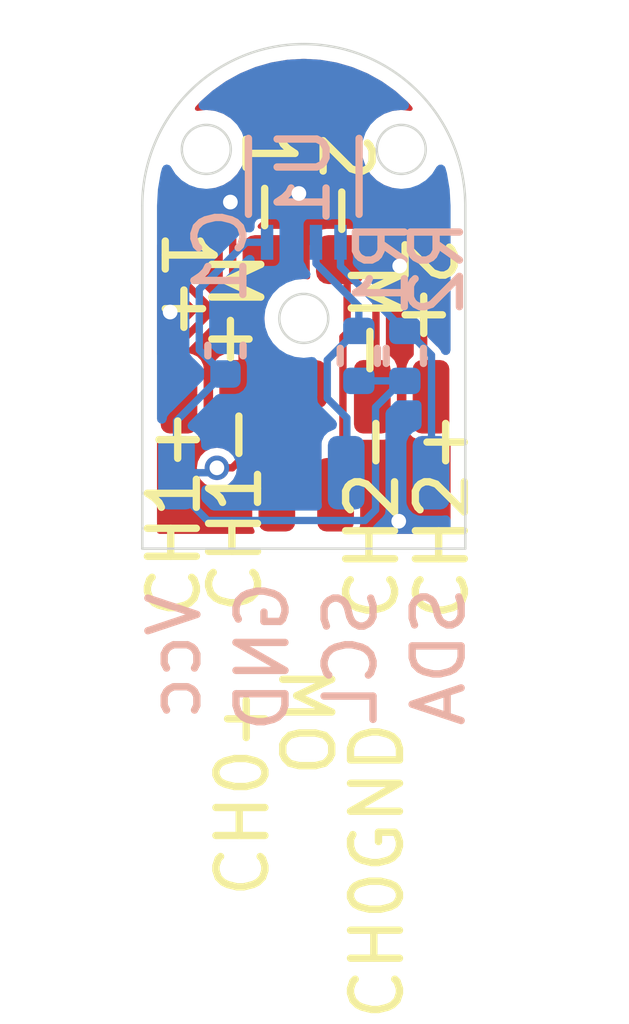
<source format=kicad_pcb>
(kicad_pcb (version 20221018) (generator pcbnew)
  (layers (0 "F.Cu" signal) (31 "B.Cu" signal) (34 "B.Paste" user) (35 "F.Paste" user) (36 "B.SilkS" user "B.Silkscreen") (37 "F.SilkS" user "F.Silkscreen") (38 "B.Mask" user) (39 "F.Mask" user) (44 "Edge.Cuts" user))
  (net 0 "")
  (net 1 "+3.3V")
  (net 2 "GND")
  (net 3 "Net-(U1-SCL)")
  (net 4 "Net-(U1-SDA)")
  (net 5 "Net-(TP12-Pad1)")
  (net 6 "Net-(TP13-Pad1)")
  (net 7 "Net-(TP14-Pad1)")
  (net 8 "Net-(TP15-Pad1)")
  (net 9 "Net-(TP10-Pad1)")
  (net 10 "Net-(TP11-Pad1)")
  (footprint "1_custom_library:1.5x0.75mm_Pad" (layer "F.Cu") (at 154.7 96.9 90)
    (fp_text reference "TP17")
    (fp_text value "CH2-" hide)
    (fp_text user "${VALUE}" (at -2.425 0 90 unlocked) (layer "F.SilkS"))
    (pad "1" smd roundrect (at 0 0 90) (size 1.5 0.75) (layers "F.Cu" "F.Mask") (net 10 "Net-(TP11-Pad1)"))
  )
  (footprint "1_custom_library:1x1mm_Pad" (layer "F.Cu") (at 154.05 94.1)
    (fp_text reference "TP6")
    (fp_text value "M-" hide)
    (fp_text user "${VALUE}" (at 0.675 1.275 -90 unlocked) (layer "F.SilkS"))
    (pad "1" smd roundrect (at 0 0) (size 1 1) (layers "F.Cu" "F.Mask") (net 5 "Net-(TP12-Pad1)"))
  )
  (footprint "1_custom_library:1x1mm_Pad" (layer "F.Cu") (at 154.05 91.1)
    (fp_text reference "TP11")
    (fp_text value "2-" hide)
    (fp_text user "${VALUE}" (at 0.1 1.525 270 unlocked) (layer "F.SilkS"))
    (pad "1" smd roundrect (at 0 0) (size 1 1) (layers "F.Cu" "F.Mask") (net 10 "Net-(TP11-Pad1)"))
  )
  (footprint "1_custom_library:1x1mm_Pad" (layer "F.Cu") (at 155.75 93.2)
    (fp_text reference "TP10")
    (fp_text value "2+" hide)
    (fp_text user "${VALUE}" (at 0.075 1.55 -90 unlocked) (layer "F.SilkS"))
    (pad "1" smd roundrect (at 0 0) (size 1 1) (layers "F.Cu" "F.Mask") (net 9 "Net-(TP10-Pad1)"))
  )
  (footprint "1_custom_library:1.5x0.75mm_Pad" (layer "F.Cu") (at 151.95 96.9 90)
    (fp_text reference "TP15")
    (fp_text value "CH1-" hide)
    (fp_text user "${VALUE}" (at -2.275 -0.05 90 unlocked) (layer "F.SilkS"))
    (pad "1" smd roundrect (at 0 0 90) (size 1.5 0.75) (layers "F.Cu" "F.Mask") (net 8 "Net-(TP15-Pad1)"))
  )
  (footprint "1_custom_library:1x1mm_Pad" (layer "F.Cu") (at 153.3 96.65)
    (fp_text reference "TP7")
    (fp_text value "MO" hide)
    (fp_text user "${VALUE}" (at 0.025 6.875 -90 unlocked) (layer "F.SilkS"))
    (pad "1" smd roundrect (at 0 0) (size 1 1) (layers "F.Cu" "F.Mask") (net 6 "Net-(TP13-Pad1)"))
  )
  (footprint "1_custom_library:1.5x0.75mm_Pad" (layer "F.Cu") (at 155.9 96.9 90)
    (fp_text reference "TP16")
    (fp_text value "CH2+" hide)
    (fp_text user "${VALUE}" (at -2.425 0.225 90 unlocked) (layer "F.SilkS"))
    (pad "1" smd roundrect (at 0 0 90) (size 1.5 0.75) (layers "F.Cu" "F.Mask") (net 9 "Net-(TP10-Pad1)"))
  )
  (footprint "1_custom_library:1.5x0.75mm_Pad" (layer "F.Cu") (at 150.75 96.9 90)
    (fp_text reference "TP14")
    (fp_text value "CH1+" hide)
    (fp_text user "${VALUE}" (at -2.375 -0.1 90 unlocked) (layer "F.SilkS"))
    (pad "1" smd roundrect (at 0 0 90) (size 1.5 0.75) (layers "F.Cu" "F.Mask") (net 7 "Net-(TP14-Pad1)"))
  )
  (footprint "1_custom_library:1x1mm_Pad" (layer "F.Cu") (at 152.55 91.1)
    (fp_text reference "TP9")
    (fp_text value "1-" hide)
    (fp_text user "${VALUE}" (at 0.025 1.45 -90 unlocked) (layer "F.SilkS"))
    (pad "1" smd roundrect (at 0 0) (size 1 1) (layers "F.Cu" "F.Mask") (net 8 "Net-(TP15-Pad1)"))
  )
  (footprint "1_custom_library:1.5x0.75mm_Pad" (layer "F.Cu") (at 153.95 98.9 90)
    (fp_text reference "TP12")
    (fp_text value "CH0GND" hide)
    (fp_text user "${VALUE}" (at -7.675 0.85 90 unlocked) (layer "F.SilkS"))
    (pad "1" smd roundrect (at 0 0 90) (size 1.5 0.75) (layers "F.Cu" "F.Mask") (net 5 "Net-(TP12-Pad1)"))
  )
  (footprint "1_custom_library:1.5x0.75mm_Pad" (layer "F.Cu") (at 152.75 98.9 90)
    (fp_text reference "TP13")
    (fp_text value "CH0+" hide)
    (fp_text user "${VALUE}" (at -6.075 -0.7 90 unlocked) (layer "F.SilkS"))
    (pad "1" smd roundrect (at 0 0 90) (size 1.5 0.75) (layers "F.Cu" "F.Mask") (net 6 "Net-(TP13-Pad1)"))
  )
  (footprint "1_custom_library:1x1mm_Pad" (layer "F.Cu") (at 152.55 94.1)
    (fp_text reference "TP5")
    (fp_text value "M+" hide)
    (fp_text user "${VALUE}" (at -0.675 1.05 -90 unlocked) (layer "F.SilkS"))
    (pad "1" smd roundrect (at 0 0) (size 1 1) (layers "F.Cu" "F.Mask") (net 1 "+3.3V"))
  )
  (footprint "1_custom_library:1x1mm_Pad" (layer "F.Cu") (at 150.841859 93.2)
    (fp_text reference "TP8")
    (fp_text value "1+" hide)
    (fp_text user "${VALUE}" (at 0.083141 1.425 -90 unlocked) (layer "F.SilkS"))
    (pad "1" smd roundrect (at 0.008141 0) (size 1 1) (layers "F.Cu" "F.Mask") (net 7 "Net-(TP14-Pad1)"))
  )
  (footprint "1_custom_library:1.5x0.75mm_Pad" (layer "B.Cu") (at 152.433333 98.45 -90)
    (fp_text reference "TP1")
    (fp_text value "GND" hide)
    (fp_text user "${VALUE}" (at 3.750001 -0.026667 90 unlocked) (layer "B.SilkS") (effects (justify mirror)))
    (pad "1" smd roundrect (at 0 0 270) (size 1.5 0.75) (layers "B.Cu" "B.Mask") (net 2 "GND"))
  )
  (footprint "Resistor_SMD:R_0402_1005Metric" (layer "B.Cu") (at 155.365 96.065 90)
    (fp_text reference "R2" (at 1.79 0.66 90 unlocked) (layer "B.SilkS") (effects (justify mirror)))
    (fp_text value "4.7k")
    (fp_line (start -0.153641 -0.38) (end 0.153641 -0.38) (stroke (width 0.15)) (layer "B.SilkS"))
    (fp_line (start -0.153641 0.38) (end 0.153641 0.38) (stroke (width 0.15)) (layer "B.SilkS"))
    (pad "1" smd roundrect (at -0.51 0 90) (size 0.54 0.64) (layers "B.Cu" "B.Paste" "B.Mask") (net 1 "+3.3V"))
    (pad "2" smd roundrect (at 0.51 0 90) (size 0.54 0.64) (layers "B.Cu" "B.Paste" "B.Mask") (net 4 "Net-(U1-SDA)"))
  )
  (footprint "1_custom_library:1.5x0.75mm_Pad" (layer "B.Cu") (at 154.166666 98.45 -90)
    (fp_text reference "TP3")
    (fp_text value "SCL" hide)
    (fp_text user "${VALUE}" (at 3.750001 -0.093334 90 unlocked) (layer "B.SilkS") (effects (justify mirror)))
    (pad "1" smd roundrect (at 0 0 270) (size 1.5 0.75) (layers "B.Cu" "B.Mask") (net 3 "Net-(U1-SCL)"))
  )
  (footprint "1_custom_library:1.5x0.75mm_Pad" (layer "B.Cu") (at 150.7 98.45 -90)
    (fp_text reference "TP4")
    (fp_text value "Vcc" hide)
    (fp_text user "${VALUE}" (at 3.750001 0.04 90 unlocked) (layer "B.SilkS") (effects (justify mirror)))
    (pad "1" smd roundrect (at 0 0 270) (size 1.5 0.75) (layers "B.Cu" "B.Mask") (net 1 "+3.3V"))
  )
  (footprint "1_custom_library:1.5x0.75mm_Pad" (layer "B.Cu") (at 155.9 98.45 -90)
    (fp_text reference "TP2")
    (fp_text value "SDA" hide)
    (fp_text user "${VALUE}" (at 3.75 -0.16 90 unlocked) (layer "B.SilkS") (effects (justify mirror)))
    (pad "1" smd roundrect (at 0 0 270) (size 1.5 0.75) (layers "B.Cu" "B.Mask") (net 4 "Net-(U1-SDA)"))
  )
  (footprint "footprints:DFN8_2x3MC_MCH-L" (layer "B.Cu") (at 153.3 92.4 -90)
    (fp_text reference "U1" (at 0 0 90 unlocked) (layer "B.SilkS") (effects (justify mirror)))
    (fp_text value "~")
    (fp_line (start -0.774833 -1.1303) (end 0.774833 -1.1303) (stroke (width 0.15)) (layer "B.SilkS"))
    (fp_line (start 0.774833 1.1303) (end -0.774833 1.1303) (stroke (width 0.15)) (layer "B.SilkS"))
    (pad "1" smd rect (at -1.3462 0.750001 270) (size 0.7112 0.254) (layers "B.Cu" "B.Paste" "B.Mask") (net 2 "GND"))
    (pad "2" smd rect (at -1.3462 0.25 270) (size 0.7112 0.254) (layers "B.Cu" "B.Paste" "B.Mask") (net 2 "GND"))
    (pad "3" smd rect (at -1.3462 -0.25 270) (size 0.7112 0.254) (layers "B.Cu" "B.Paste" "B.Mask") (net 2 "GND"))
    (pad "4" smd rect (at -1.3462 -0.750001 270) (size 0.7112 0.254) (layers "B.Cu" "B.Paste" "B.Mask") (net 2 "GND"))
    (pad "5" smd rect (at 1.3462 -0.750001 270) (size 0.7112 0.254) (layers "B.Cu" "B.Paste" "B.Mask") (net 4 "Net-(U1-SDA)"))
    (pad "6" smd rect (at 1.3462 -0.25 270) (size 0.7112 0.254) (layers "B.Cu" "B.Paste" "B.Mask") (net 3 "Net-(U1-SCL)"))
    (pad "7" smd rect (at 1.3462 0.25 270) (size 0.7112 0.254) (layers "B.Cu" "B.Paste" "B.Mask") (net 2 "GND"))
    (pad "8" smd rect (at 1.3462 0.750001 270) (size 0.7112 0.254) (layers "B.Cu" "B.Paste" "B.Mask") (net 1 "+3.3V"))
    (pad "9" smd rect (at 0 0 270) (size 1.7526 1.5494) (layers "B.Cu" "B.Paste" "B.Mask") (net 2 "GND"))
  )
  (footprint "Resistor_SMD:R_0402_1005Metric" (layer "B.Cu") (at 154.425 96.065 90)
    (fp_text reference "R1" (at 1.79 0.475 90 unlocked) (layer "B.SilkS") (effects (justify mirror)))
    (fp_text value "4.7k")
    (fp_line (start -0.153641 -0.38) (end 0.153641 -0.38) (stroke (width 0.15)) (layer "B.SilkS"))
    (fp_line (start -0.153641 0.38) (end 0.153641 0.38) (stroke (width 0.15)) (layer "B.SilkS"))
    (pad "1" smd roundrect (at -0.51 0 90) (size 0.54 0.64) (layers "B.Cu" "B.Paste" "B.Mask") (net 1 "+3.3V"))
    (pad "2" smd roundrect (at 0.51 0 90) (size 0.54 0.64) (layers "B.Cu" "B.Paste" "B.Mask") (net 3 "Net-(U1-SCL)"))
  )
  (footprint "Capacitor_SMD:C_0402_1005Metric" (layer "B.Cu") (at 151.7 95.955 90)
    (fp_text reference "C1" (at 1.93 -0.1 90 unlocked) (layer "B.SilkS") (effects (justify mirror)))
    (fp_text value "10uF")
    (fp_line (start -0.107836 -0.36) (end 0.107836 -0.36) (stroke (width 0.15)) (layer "B.SilkS"))
    (fp_line (start -0.107836 0.36) (end 0.107836 0.36) (stroke (width 0.15)) (layer "B.SilkS"))
    (pad "1" smd roundrect (at -0.48 0 90) (size 0.56 0.62) (layers "B.Cu" "B.Paste" "B.Mask") (net 1 "+3.3V"))
    (pad "2" smd roundrect (at 0.48 0 90) (size 0.56 0.62) (layers "B.Cu" "B.Paste" "B.Mask") (net 2 "GND"))
  )
  (gr_line (start 156.6 100) (end 156.6 93) (stroke (width 0.05)) (layer "Edge.Cuts"))
  (gr_line (start 150 93) (end 150 100) (stroke (width 0.05)) (layer "Edge.Cuts"))
  (gr_arc (start 150 93) (mid 153.3 89.7) (end 156.6 93) (stroke (width 0.05)) (layer "Edge.Cuts"))
  (gr_circle (center 155.291858 91.85) (end 155.791858 91.85) (stroke (width 0.05)) (fill none) (layer "Edge.Cuts"))
  (gr_circle (center 153.3 95.3) (end 153.8 95.3) (stroke (width 0.05)) (fill none) (layer "Edge.Cuts"))
  (gr_circle (center 151.308141 91.85) (end 151.808141 91.85) (stroke (width 0.05)) (fill none) (layer "Edge.Cuts"))
  (gr_line (start 150 100) (end 156.6 100) (stroke (width 0.05)) (layer "Edge.Cuts"))
  (segment (start 152.575 97.61356) (end 152.575 95.79487) (width 0.15) (layer "F.Cu") (net 1))
  (segment (start 151.525 98.35) (end 151.83856 98.35) (width 0.15) (layer "F.Cu") (net 1))
  (segment (start 152.422544 94.227456) (end 152.55 94.1) (width 0.15) (layer "F.Cu") (net 1))
  (segment (start 151.83856 98.35) (end 152.575 97.61356) (width 0.15) (layer "F.Cu") (net 1))
  (segment (start 152.575 95.79487) (end 152.422544 95.642414) (width 0.15) (layer "F.Cu") (net 1))
  (segment (start 152.422544 95.642414) (end 152.422544 94.227456) (width 0.15) (layer "F.Cu") (net 1))
  (via (at 151.525 98.35) (size 0.5) (drill 0.3) (layers "F.Cu" "B.Cu") (net 1))
  (segment (start 150.7 98.45) (end 150.7 97.39) (width 0.15) (layer "B.Cu") (net 1))
  (segment (start 154.55 99.425) (end 151.335 99.425) (width 0.15) (layer "B.Cu") (net 1))
  (segment (start 151.165 94.705) (end 152.1238 93.7462) (width 0.15) (layer "B.Cu") (net 1))
  (segment (start 152.1238 93.7462) (end 152.549999 93.7462) (width 0.15) (layer "B.Cu") (net 1))
  (segment (start 150.7 97.39) (end 151.655 96.435) (width 0.15) (layer "B.Cu") (net 1))
  (segment (start 151.165 95.945) (end 151.165 94.705) (width 0.15) (layer "B.Cu") (net 1))
  (segment (start 150.7 98.79) (end 150.7 98.45) (width 0.15) (layer "B.Cu") (net 1))
  (segment (start 154.766666 97.113334) (end 154.766666 99.208334) (width 0.15) (layer "B.Cu") (net 1))
  (segment (start 150.7 98.45) (end 151.425 98.45) (width 0.15) (layer "B.Cu") (net 1))
  (segment (start 155.365 96.575) (end 155.305 96.575) (width 0.15) (layer "B.Cu") (net 1))
  (segment (start 151.335 99.425) (end 150.7 98.79) (width 0.15) (layer "B.Cu") (net 1))
  (segment (start 154.425 96.575) (end 155.365 96.575) (width 0.15) (layer "B.Cu") (net 1))
  (segment (start 151.7 96.435) (end 151.655 96.435) (width 0.15) (layer "B.Cu") (net 1))
  (segment (start 151.655 96.435) (end 151.165 95.945) (width 0.15) (layer "B.Cu") (net 1))
  (segment (start 151.425 98.45) (end 151.525 98.35) (width 0.15) (layer "B.Cu") (net 1))
  (segment (start 154.766666 99.208334) (end 154.55 99.425) (width 0.15) (layer "B.Cu") (net 1))
  (segment (start 155.305 96.575) (end 154.766666 97.113334) (width 0.15) (layer "B.Cu") (net 1))
  (via (at 151.8 92.925) (size 0.5) (drill 0.3) (layers "F.Cu" "B.Cu") (net 2))
  (via (at 155.24 99.44) (size 0.5) (drill 0.3) (layers "F.Cu" "B.Cu") (net 2))
  (via (at 153.2 92.75) (size 0.5) (drill 0.3) (layers "F.Cu" "B.Cu") (net 2))
  (via (at 150.57 95.17) (size 0.5) (drill 0.3) (layers "F.Cu" "B.Cu") (net 2))
  (via (at 155.26 94.23) (size 0.5) (drill 0.3) (layers "F.Cu" "B.Cu") (net 2))
  (segment (start 153.05 94.125) (end 153.05 93.7462) (width 0.15) (layer "B.Cu") (net 2))
  (segment (start 153.04 93.7362) (end 153.04 92.91) (width 0.15) (layer "B.Cu") (net 2))
  (segment (start 153.05 92.15) (end 153.3 92.4) (width 0.15) (layer "B.Cu") (net 2))
  (segment (start 152.549999 91.0538) (end 154.050001 91.0538) (width 0.15) (layer "B.Cu") (net 2))
  (segment (start 151.735 95.475) (end 151.7 95.475) (width 0.15) (layer "B.Cu") (net 2))
  (segment (start 153.05 93.7462) (end 153.04 93.7362) (width 0.15) (layer "B.Cu") (net 2))
  (segment (start 151.7 95.475) (end 153.05 94.125) (width 0.15) (layer "B.Cu") (net 2))
  (segment (start 153.05 91.0538) (end 153.05 92.15) (width 0.15) (layer "B.Cu") (net 2))
  (segment (start 153.2 92.75) (end 153.05 92.65) (width 0.15) (layer "B.Cu") (net 2))
  (segment (start 152.45 98.45) (end 152.575 98.325) (width 0.15) (layer "B.Cu") (net 2))
  (segment (start 153.04 92.91) (end 153.2 92.75) (width 0.15) (layer "B.Cu") (net 2))
  (segment (start 152.433333 98.45) (end 152.45 98.45) (width 0.15) (layer "B.Cu") (net 2))
  (segment (start 153.05 92.65) (end 153.3 92.4) (width 0.15) (layer "B.Cu") (net 2))
  (segment (start 152.433333 98.45) (end 152.433333 96.173333) (width 0.15) (layer "B.Cu") (net 2))
  (segment (start 152.433333 96.173333) (end 151.735 95.475) (width 0.15) (layer "B.Cu") (net 2))
  (segment (start 154.425 95.555) (end 154.375 95.555) (width 0.15) (layer "B.Cu") (net 3))
  (segment (start 154.425 95.053799) (end 153.55 94.178799) (width 0.15) (layer "B.Cu") (net 3))
  (segment (start 153.78 96.15) (end 153.78 96.93) (width 0.15) (layer "B.Cu") (net 3))
  (segment (start 154.18 97.33) (end 154.18 98.436666) (width 0.15) (layer "B.Cu") (net 3))
  (segment (start 153.55 94.178799) (end 153.55 93.7462) (width 0.15) (layer "B.Cu") (net 3))
  (segment (start 154.18 98.436666) (end 154.166666 98.45) (width 0.15) (layer "B.Cu") (net 3))
  (segment (start 154.375 95.555) (end 153.78 96.15) (width 0.15) (layer "B.Cu") (net 3))
  (segment (start 153.78 96.93) (end 154.18 97.33) (width 0.15) (layer "B.Cu") (net 3))
  (segment (start 154.425 95.555) (end 154.425 95.053799) (width 0.15) (layer "B.Cu") (net 3))
  (segment (start 154.050001 94.240001) (end 155.365 95.555) (width 0.15) (layer "B.Cu") (net 4))
  (segment (start 155.415 95.555) (end 155.91 96.05) (width 0.15) (layer "B.Cu") (net 4))
  (segment (start 155.91 98.44) (end 155.9 98.45) (width 0.15) (layer "B.Cu") (net 4))
  (segment (start 154.050001 93.7462) (end 154.050001 94.240001) (width 0.15) (layer "B.Cu") (net 4))
  (segment (start 155.365 95.555) (end 155.415 95.555) (width 0.15) (layer "B.Cu") (net 4))
  (segment (start 155.91 96.05) (end 155.91 98.44) (width 0.15) (layer "B.Cu") (net 4))
  (segment (start 154.1 95.678169) (end 154.185355 95.592814) (width 0.15) (layer "F.Cu") (net 5))
  (segment (start 154.185355 95.592814) (end 154.185355 94.235355) (width 0.15) (layer "F.Cu") (net 5))
  (segment (start 154.185355 94.235355) (end 154.05 94.1) (width 0.15) (layer "F.Cu") (net 5))
  (segment (start 154.1 98.75) (end 154.1 95.678169) (width 0.15) (layer "F.Cu") (net 5))
  (segment (start 153.95 98.9) (end 154.1 98.75) (width 0.15) (layer "F.Cu") (net 5))
  (segment (start 152.852 97.728297) (end 152.852 97.098) (width 0.15) (layer "F.Cu") (net 6))
  (segment (start 152.852 97.098) (end 153.3 96.65) (width 0.15) (layer "F.Cu") (net 6))
  (segment (start 152.75 98.9) (end 152.85 98.8) (width 0.15) (layer "F.Cu") (net 6))
  (segment (start 152.85 97.730298) (end 152.852 97.728297) (width 0.15) (layer "F.Cu") (net 6))
  (segment (start 152.85 98.8) (end 152.85 97.730298) (width 0.15) (layer "F.Cu") (net 6))
  (segment (start 151.31 95.01) (end 151.31 95.26) (width 0.15) (layer "F.Cu") (net 7))
  (segment (start 150.75 95.82) (end 150.75 96.9) (width 0.15) (layer "F.Cu") (net 7))
  (segment (start 150.85 93.2) (end 150.85 94.55) (width 0.15) (layer "F.Cu") (net 7))
  (segment (start 150.85 94.55) (end 151.31 95.01) (width 0.15) (layer "F.Cu") (net 7))
  (segment (start 151.31 95.26) (end 150.75 95.82) (width 0.15) (layer "F.Cu") (net 7))
  (segment (start 152.04 96.81) (end 151.95 96.9) (width 0.15) (layer "F.Cu") (net 8))
  (segment (start 152.04 94.736152) (end 152.04 96.81) (width 0.15) (layer "F.Cu") (net 8))
  (segment (start 151.848 94.544152) (end 152.04 94.736152) (width 0.15) (layer "F.Cu") (net 8))
  (segment (start 152.55 91.1) (end 152.55 92.921322) (width 0.15) (layer "F.Cu") (net 8))
  (segment (start 152.55 92.921322) (end 151.848 93.623322) (width 0.15) (layer "F.Cu") (net 8))
  (segment (start 151.848 93.623322) (end 151.848 94.544152) (width 0.15) (layer "F.Cu") (net 8))
  (segment (start 155.75 96.75) (end 155.9 96.9) (width 0.15) (layer "F.Cu") (net 9))
  (segment (start 155.75 93.2) (end 155.75 96.75) (width 0.15) (layer "F.Cu") (net 9))
  (segment (start 154.775 93.403678) (end 154.775 96.825) (width 0.15) (layer "F.Cu") (net 10))
  (segment (start 154.05 91.1) (end 154.05 92.678678) (width 0.15) (layer "F.Cu") (net 10))
  (segment (start 154.05 92.678678) (end 154.775 93.403678) (width 0.15) (layer "F.Cu") (net 10))
  (segment (start 154.775 96.825) (end 154.7 96.9) (width 0.15) (layer "F.Cu") (net 10))
  (zone (net 2) (net_name "GND") (layer "F.Cu") (connect_pads yes (clearance 0.127)) (min_thickness 0.1) (fill yes (thermal_gap 0.5) (thermal_bridge_width 0.5))
    (polygon (pts (xy 156.8 100.2) (xy 149.9 100.2) (xy 149.9 88.8) (xy 156.8 88.8)))
  )
  (zone (net 2) (net_name "GND") (layer "B.Cu") (priority 1) (connect_pads yes (clearance 0.127)) (min_thickness 0.2) (fill yes (thermal_gap 0.5) (thermal_bridge_width 0.5) (island_removal_mode 1) (island_area_min 10))
    (polygon (pts (xy 149.8 100.3) (xy 156.7 100.3) (xy 156.7 89.5) (xy 149.8 89.5)))
  )
  (zone (net 0) (net_name "") (layer "B.Cu") (connect_pads yes (clearance 0)) (min_thickness 0.1)
    (keepout (tracks allowed) (vias allowed) (pads allowed) (copperpour not_allowed) (footprints allowed))
    (fill (thermal_gap 0.5) (thermal_bridge_width 0.5))
    (polygon (pts (xy 154.59 96.98) (xy 154.01 96.95) (xy 154.02 97.56) (xy 154.55 97.57)))
  )
  (zone (net 0) (net_name "") (layer "B.Cu") (connect_pads yes (clearance 0)) (min_thickness 0.1)
    (keepout (tracks allowed) (vias allowed) (pads allowed) (copperpour not_allowed) (footprints allowed))
    (fill (thermal_gap 0.5) (thermal_bridge_width 0.5))
    (polygon (pts (xy 151.525 99.575) (xy 151.175 99.225) (xy 150.3 99.325) (xy 150.3 99.725) (xy 151.525 99.725)))
  )
  (zone (net 0) (net_name "") (layer "B.Cu") (connect_pads yes (clearance 0)) (min_thickness 0.1)
    (keepout (tracks allowed) (vias allowed) (pads allowed) (copperpour not_allowed) (footprints allowed))
    (fill (thermal_gap 0.5) (thermal_bridge_width 0.5))
    (polygon (pts (xy 154.275 94.7) (xy 153.95 94.25) (xy 154.325 94.225) (xy 155.125 95.1) (xy 154.925 95.325) (xy 154.675 95.175) (xy 154.475 94.85)))
  )
  (zone (net 0) (net_name "") (layer "B.Cu") (connect_pads yes (clearance 0)) (min_thickness 0.1)
    (keepout (tracks allowed) (vias allowed) (pads allowed) (copperpour not_allowed) (footprints allowed))
    (fill (thermal_gap 0.5) (thermal_bridge_width 0.5))
    (polygon (pts (xy 154.05 96) (xy 154.9 95.775) (xy 155.575 96.025) (xy 154.9 96.35) (xy 154.525 96.2) (xy 154.075 96.2)))
  )
)
</source>
